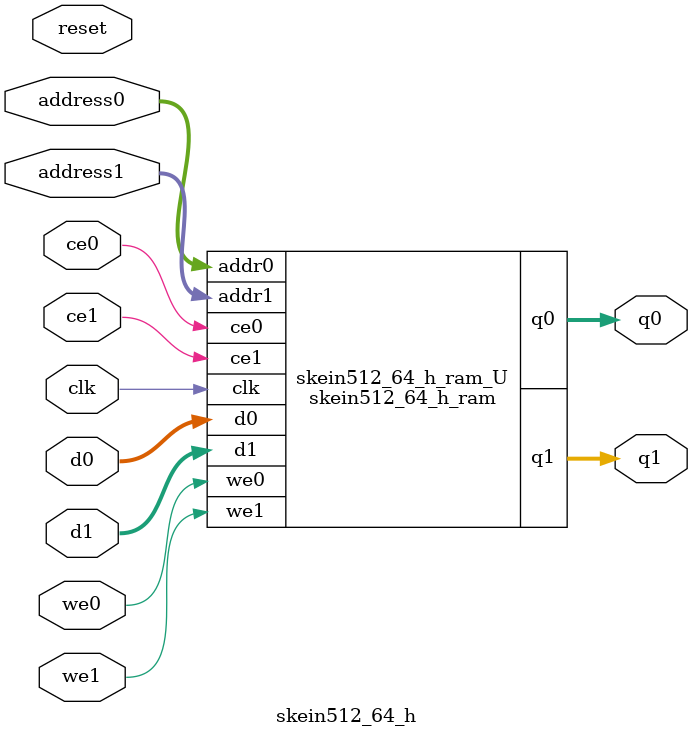
<source format=v>

`timescale 1 ns / 1 ps
module skein512_64_h_ram (addr0, ce0, d0, we0, q0, addr1, ce1, d1, we1, q1,  clk);

parameter DWIDTH = 64;
parameter AWIDTH = 5;
parameter MEM_SIZE = 27;

input[AWIDTH-1:0] addr0;
input ce0;
input[DWIDTH-1:0] d0;
input we0;
output reg[DWIDTH-1:0] q0;
input[AWIDTH-1:0] addr1;
input ce1;
input[DWIDTH-1:0] d1;
input we1;
output reg[DWIDTH-1:0] q1;
input clk;

(* ram_style = "block" *)reg [DWIDTH-1:0] ram[0:MEM_SIZE-1];




always @(posedge clk)  
begin 
    if (ce0) 
    begin
        if (we0) 
        begin 
            ram[addr0] <= d0; 
            q0 <= d0;
        end 
        else 
            q0 <= ram[addr0];
    end
end


always @(posedge clk)  
begin 
    if (ce1) 
    begin
        if (we1) 
        begin 
            ram[addr1] <= d1; 
            q1 <= d1;
        end 
        else 
            q1 <= ram[addr1];
    end
end


endmodule


`timescale 1 ns / 1 ps
module skein512_64_h(
    reset,
    clk,
    address0,
    ce0,
    we0,
    d0,
    q0,
    address1,
    ce1,
    we1,
    d1,
    q1);

parameter DataWidth = 32'd64;
parameter AddressRange = 32'd27;
parameter AddressWidth = 32'd5;
input reset;
input clk;
input[AddressWidth - 1:0] address0;
input ce0;
input we0;
input[DataWidth - 1:0] d0;
output[DataWidth - 1:0] q0;
input[AddressWidth - 1:0] address1;
input ce1;
input we1;
input[DataWidth - 1:0] d1;
output[DataWidth - 1:0] q1;



skein512_64_h_ram skein512_64_h_ram_U(
    .clk( clk ),
    .addr0( address0 ),
    .ce0( ce0 ),
    .d0( d0 ),
    .we0( we0 ),
    .q0( q0 ),
    .addr1( address1 ),
    .ce1( ce1 ),
    .d1( d1 ),
    .we1( we1 ),
    .q1( q1 ));

endmodule


</source>
